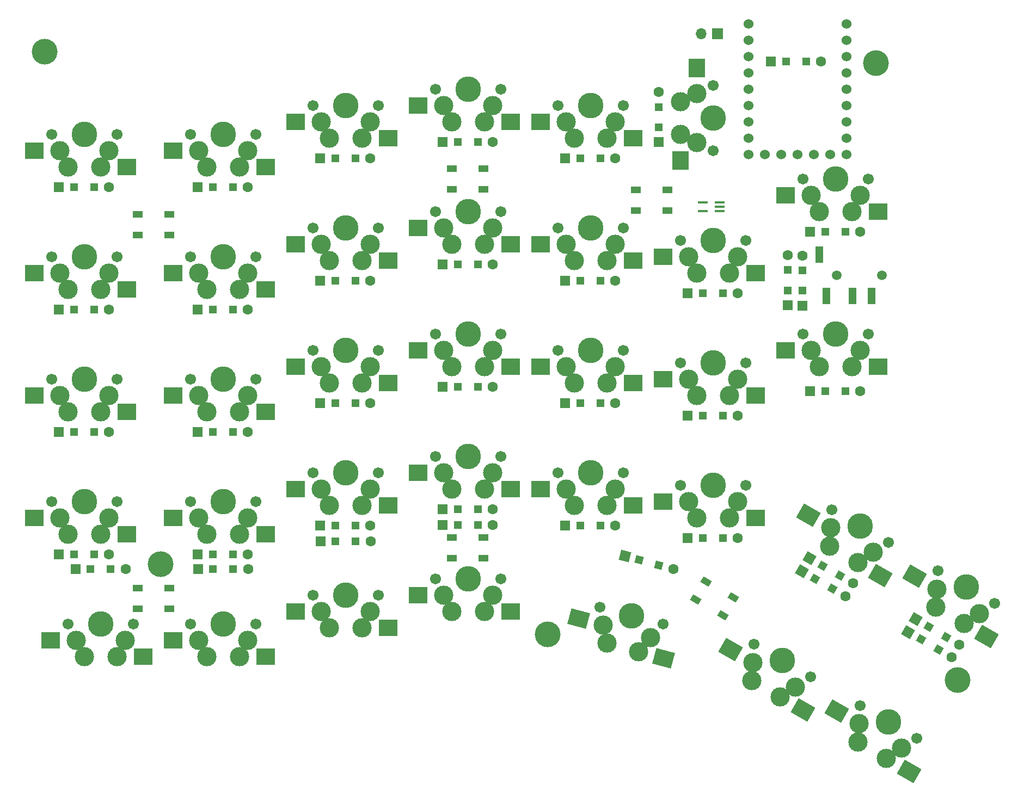
<source format=gts>
G04 #@! TF.GenerationSoftware,KiCad,Pcbnew,(6.0.5-0)*
G04 #@! TF.CreationDate,2022-05-24T21:59:09-05:00*
G04 #@! TF.ProjectId,redox_rev2_recovery,7265646f-785f-4726-9576-325f7265636f,1.0*
G04 #@! TF.SameCoordinates,Original*
G04 #@! TF.FileFunction,Soldermask,Top*
G04 #@! TF.FilePolarity,Negative*
%FSLAX46Y46*%
G04 Gerber Fmt 4.6, Leading zero omitted, Abs format (unit mm)*
G04 Created by KiCad (PCBNEW (6.0.5-0)) date 2022-05-24 21:59:09*
%MOMM*%
%LPD*%
G01*
G04 APERTURE LIST*
G04 Aperture macros list*
%AMRotRect*
0 Rectangle, with rotation*
0 The origin of the aperture is its center*
0 $1 length*
0 $2 width*
0 $3 Rotation angle, in degrees counterclockwise*
0 Add horizontal line*
21,1,$1,$2,0,0,$3*%
G04 Aperture macros list end*
%ADD10C,1.500000*%
%ADD11R,1.200000X2.500000*%
%ADD12C,3.000000*%
%ADD13C,1.701800*%
%ADD14C,3.987800*%
%ADD15R,3.000000X2.500000*%
%ADD16R,2.500000X3.000000*%
%ADD17RotRect,3.000000X2.500000X150.000000*%
%ADD18RotRect,3.000000X2.500000X165.000000*%
%ADD19RotRect,1.200000X1.200000X150.000000*%
%ADD20RotRect,1.600000X1.600000X150.000000*%
%ADD21C,1.600000*%
%ADD22RotRect,1.200000X1.200000X165.000000*%
%ADD23RotRect,1.600000X1.600000X165.000000*%
%ADD24R,1.600000X1.600000*%
%ADD25R,1.200000X1.200000*%
%ADD26C,4.000000*%
%ADD27R,1.500000X1.000000*%
%ADD28R,1.500000X0.400000*%
%ADD29R,1.700000X1.700000*%
%ADD30O,1.700000X1.700000*%
%ADD31RotRect,1.500000X1.000000X150.000000*%
%ADD32C,1.524000*%
G04 APERTURE END LIST*
D10*
X208535000Y-88646000D03*
X215535000Y-88646000D03*
X208535000Y-88646000D03*
X215535000Y-88646000D03*
D11*
X210935000Y-91896000D03*
X213935000Y-91896000D03*
X205835000Y-85396000D03*
X206935000Y-91896000D03*
D12*
X94002860Y-71785480D03*
X95272860Y-69245480D03*
D13*
X96542860Y-66705480D03*
D14*
X91462860Y-66705480D03*
D12*
X88922860Y-71785480D03*
X87652860Y-69245480D03*
D13*
X86382860Y-66705480D03*
D15*
X98062860Y-71785480D03*
X83662860Y-69245480D03*
D13*
X118132860Y-66705480D03*
X107972860Y-66705480D03*
D14*
X113052860Y-66705480D03*
D12*
X115592860Y-71785480D03*
X116862860Y-69245480D03*
X109242860Y-69245480D03*
X110512860Y-71785480D03*
D15*
X119652860Y-71785480D03*
X105252860Y-69245480D03*
D14*
X132102860Y-62260480D03*
D12*
X129562860Y-67340480D03*
X134642860Y-67340480D03*
X135912860Y-64800480D03*
X128292860Y-64800480D03*
D13*
X127022860Y-62260480D03*
X137182860Y-62260480D03*
D15*
X138702860Y-67340480D03*
X124302860Y-64800480D03*
D13*
X156232860Y-59720480D03*
D12*
X153692860Y-64800480D03*
X148612860Y-64800480D03*
X147342860Y-62260480D03*
D14*
X151152860Y-59720480D03*
D12*
X154962860Y-62260480D03*
D13*
X146072860Y-59720480D03*
D15*
X157752860Y-64800480D03*
X143352860Y-62260480D03*
D14*
X170202860Y-62260480D03*
D12*
X172742860Y-67340480D03*
D13*
X165122860Y-62260480D03*
D12*
X167662860Y-67340480D03*
X166392860Y-64800480D03*
D13*
X175282860Y-62260480D03*
D12*
X174012860Y-64800480D03*
D15*
X176802860Y-67340480D03*
X162402860Y-64800480D03*
D12*
X184172860Y-66705480D03*
X186712860Y-60355480D03*
D14*
X189252860Y-64165480D03*
D13*
X189252860Y-69245480D03*
D12*
X186712860Y-67975480D03*
D13*
X189252860Y-59085480D03*
D12*
X184172860Y-61625480D03*
D16*
X184172860Y-70765480D03*
X186712860Y-56365480D03*
D12*
X204492860Y-76230480D03*
D14*
X208302860Y-73690480D03*
D13*
X203222860Y-73690480D03*
D12*
X205762860Y-78770480D03*
D13*
X213382860Y-73690480D03*
D12*
X210842860Y-78770480D03*
X212112860Y-76230480D03*
D15*
X214902860Y-78770480D03*
X200502860Y-76230480D03*
D12*
X129562860Y-86390480D03*
D14*
X132102860Y-81310480D03*
D13*
X137182860Y-81310480D03*
D12*
X134642860Y-86390480D03*
X135912860Y-83850480D03*
D13*
X127022860Y-81310480D03*
D12*
X128292860Y-83850480D03*
D15*
X138702860Y-86390480D03*
X124302860Y-83850480D03*
D12*
X148612860Y-83850480D03*
X153692860Y-83850480D03*
D13*
X156232860Y-78770480D03*
D12*
X154962860Y-81310480D03*
D13*
X146072860Y-78770480D03*
D12*
X147342860Y-81310480D03*
D14*
X151152860Y-78770480D03*
D15*
X157752860Y-83850480D03*
X143352860Y-81310480D03*
D13*
X165122860Y-81310480D03*
D12*
X174012860Y-83850480D03*
X172742860Y-86390480D03*
X167662860Y-86390480D03*
X166392860Y-83850480D03*
D13*
X175282860Y-81310480D03*
D14*
X170202860Y-81310480D03*
D15*
X176802860Y-86390480D03*
X162402860Y-83850480D03*
D12*
X193062860Y-85755480D03*
D14*
X189252860Y-83215480D03*
D12*
X186712860Y-88295480D03*
X191792860Y-88295480D03*
D13*
X184172860Y-83215480D03*
X194332860Y-83215480D03*
D12*
X185442860Y-85755480D03*
D15*
X195852860Y-88295480D03*
X181452860Y-85755480D03*
D12*
X205762860Y-102900480D03*
D14*
X208302860Y-97820480D03*
D12*
X212112860Y-100360480D03*
X204492860Y-100360480D03*
D13*
X203222860Y-97820480D03*
D12*
X210842860Y-102900480D03*
D13*
X213382860Y-97820480D03*
D15*
X214902860Y-102900480D03*
X200502860Y-100360480D03*
D12*
X87652860Y-107345480D03*
X94002860Y-109885480D03*
X88922860Y-109885480D03*
D13*
X96542860Y-104805480D03*
X86382860Y-104805480D03*
D14*
X91462860Y-104805480D03*
D12*
X95272860Y-107345480D03*
D15*
X98062860Y-109885480D03*
X83662860Y-107345480D03*
D13*
X107972860Y-104805480D03*
D12*
X116862860Y-107345480D03*
X110512860Y-109885480D03*
X109242860Y-107345480D03*
D14*
X113052860Y-104805480D03*
D13*
X118132860Y-104805480D03*
D12*
X115592860Y-109885480D03*
D15*
X119652860Y-109885480D03*
X105252860Y-107345480D03*
D12*
X128292860Y-102900480D03*
X134642860Y-105440480D03*
X135912860Y-102900480D03*
X129562860Y-105440480D03*
D13*
X127022860Y-100360480D03*
X137182860Y-100360480D03*
D14*
X132102860Y-100360480D03*
D15*
X138702860Y-105440480D03*
X124302860Y-102900480D03*
D12*
X148612860Y-102900480D03*
D14*
X151152860Y-97820480D03*
D12*
X147342860Y-100360480D03*
X153692860Y-102900480D03*
D13*
X156232860Y-97820480D03*
D12*
X154962860Y-100360480D03*
D13*
X146072860Y-97820480D03*
D15*
X157752860Y-102900480D03*
X143352860Y-100360480D03*
D12*
X172742860Y-105440480D03*
D14*
X170202860Y-100360480D03*
D12*
X166392860Y-102900480D03*
D13*
X175282860Y-100360480D03*
D12*
X174012860Y-102900480D03*
X167662860Y-105440480D03*
D13*
X165122860Y-100360480D03*
D15*
X176802860Y-105440480D03*
X162402860Y-102900480D03*
D13*
X184172860Y-102265480D03*
X194332860Y-102265480D03*
D12*
X185442860Y-104805480D03*
X191792860Y-107345480D03*
D14*
X189252860Y-102265480D03*
D12*
X193062860Y-104805480D03*
X186712860Y-107345480D03*
D15*
X195852860Y-107345480D03*
X181452860Y-104805480D03*
D12*
X207373155Y-130794889D03*
D13*
X207713451Y-125125480D03*
D12*
X214142417Y-131770185D03*
D13*
X216512269Y-130205480D03*
D12*
X211772565Y-133334889D03*
D14*
X212112860Y-127665480D03*
D12*
X207543303Y-127960185D03*
D17*
X215288628Y-135364889D03*
X204087862Y-125965185D03*
D12*
X88922860Y-128935480D03*
D13*
X86382860Y-123855480D03*
D12*
X95272860Y-126395480D03*
D13*
X96542860Y-123855480D03*
D12*
X94002860Y-128935480D03*
D14*
X91462860Y-123855480D03*
D12*
X87652860Y-126395480D03*
D15*
X98062860Y-128935480D03*
X83662860Y-126395480D03*
D14*
X113052860Y-123855480D03*
D12*
X115592860Y-128935480D03*
X110512860Y-128935480D03*
D13*
X107972860Y-123855480D03*
D12*
X109242860Y-126395480D03*
D13*
X118132860Y-123855480D03*
D12*
X116862860Y-126395480D03*
D15*
X119652860Y-128935480D03*
X105252860Y-126395480D03*
D12*
X134642860Y-124490480D03*
X135912860Y-121950480D03*
X129562860Y-124490480D03*
D13*
X137182860Y-119410480D03*
X127022860Y-119410480D03*
D14*
X132102860Y-119410480D03*
D12*
X128292860Y-121950480D03*
D15*
X138702860Y-124490480D03*
X124302860Y-121950480D03*
D14*
X151152860Y-116870480D03*
D12*
X153692860Y-121950480D03*
X154962860Y-119410480D03*
X147342860Y-119410480D03*
D13*
X156232860Y-116870480D03*
D12*
X148612860Y-121950480D03*
D13*
X146072860Y-116870480D03*
D15*
X157752860Y-121950480D03*
X143352860Y-119410480D03*
D12*
X166392860Y-121950480D03*
X167662860Y-124490480D03*
D14*
X170202860Y-119410480D03*
D12*
X172742860Y-124490480D03*
D13*
X165122860Y-119410480D03*
D12*
X174012860Y-121950480D03*
D13*
X175282860Y-119410480D03*
D15*
X176802860Y-124490480D03*
X162402860Y-121950480D03*
D12*
X191792860Y-126395480D03*
D13*
X194332860Y-121315480D03*
D14*
X189252860Y-121315480D03*
D12*
X193062860Y-123855480D03*
D13*
X184172860Y-121315480D03*
D12*
X186712860Y-126395480D03*
X185442860Y-123855480D03*
D15*
X195852860Y-126395480D03*
X181452860Y-123855480D03*
D13*
X233022269Y-139730480D03*
D14*
X228622860Y-137190480D03*
D12*
X230652417Y-141295185D03*
X223883155Y-140319889D03*
X228282565Y-142859889D03*
X224053303Y-137485185D03*
D13*
X224223451Y-134650480D03*
D17*
X231798628Y-144889889D03*
X220597862Y-135490185D03*
D13*
X88922860Y-142905480D03*
D12*
X97812860Y-145445480D03*
X91462860Y-147985480D03*
D14*
X94002860Y-142905480D03*
D12*
X90192860Y-145445480D03*
D13*
X99082860Y-142905480D03*
D12*
X96542860Y-147985480D03*
D15*
X100602860Y-147985480D03*
X86202860Y-145445480D03*
D12*
X116862860Y-145445480D03*
X115592860Y-147985480D03*
X109242860Y-145445480D03*
D13*
X118132860Y-142905480D03*
D12*
X110512860Y-147985480D03*
D14*
X113052860Y-142905480D03*
D13*
X107972860Y-142905480D03*
D15*
X119652860Y-147985480D03*
X105252860Y-145445480D03*
D14*
X132102860Y-138460480D03*
D13*
X137182860Y-138460480D03*
X127022860Y-138460480D03*
D12*
X135912860Y-141000480D03*
X134642860Y-143540480D03*
X128292860Y-141000480D03*
X129562860Y-143540480D03*
D15*
X138702860Y-143540480D03*
X124302860Y-141000480D03*
D13*
X156232860Y-135920480D03*
D14*
X151152860Y-135920480D03*
D12*
X153692860Y-141000480D03*
X148612860Y-141000480D03*
X147342860Y-138460480D03*
D13*
X146072860Y-135920480D03*
D12*
X154962860Y-138460480D03*
D15*
X157752860Y-141000480D03*
X143352860Y-138460480D03*
D13*
X171645957Y-140320679D03*
X181459763Y-142950281D03*
D12*
X172784608Y-145884983D03*
D14*
X176552860Y-141635480D03*
D12*
X172215282Y-143102831D03*
X177691511Y-147199784D03*
X179575637Y-145075032D03*
D18*
X181613170Y-148250589D03*
X168361238Y-142070143D03*
D13*
X204447269Y-151160480D03*
D12*
X202077417Y-152725185D03*
D14*
X200047860Y-148620480D03*
D12*
X195308155Y-151749889D03*
X195478303Y-148915185D03*
X199707565Y-154289889D03*
D13*
X195648451Y-146080480D03*
D17*
X203223628Y-156319889D03*
X192022862Y-146920185D03*
D12*
X218587417Y-162250185D03*
X211818155Y-161274889D03*
D14*
X216557860Y-158145480D03*
D13*
X220957269Y-160685480D03*
D12*
X211988303Y-158440185D03*
D13*
X212158451Y-155605480D03*
D12*
X216217565Y-163814889D03*
D17*
X219733628Y-165844889D03*
X208532862Y-156445185D03*
D12*
X95272860Y-88295480D03*
D13*
X96542860Y-85755480D03*
D12*
X87652860Y-88295480D03*
D13*
X86382860Y-85755480D03*
D12*
X94002860Y-90835480D03*
X88922860Y-90835480D03*
D14*
X91462860Y-85755480D03*
D15*
X98062860Y-90835480D03*
X83662860Y-88295480D03*
D13*
X118132860Y-85755480D03*
D12*
X110512860Y-90835480D03*
D13*
X107972860Y-85755480D03*
D14*
X113052860Y-85755480D03*
D12*
X115592860Y-90835480D03*
X116862860Y-88295480D03*
X109242860Y-88295480D03*
D15*
X119652860Y-90835480D03*
X105252860Y-88295480D03*
D19*
X205136010Y-135862500D03*
D20*
X203122501Y-134700000D03*
D19*
X207863990Y-137437500D03*
D21*
X209877499Y-138600000D03*
D22*
X177807334Y-132934720D03*
D23*
X175561556Y-132332966D03*
D21*
X183095778Y-134351754D03*
D22*
X180850000Y-133750000D03*
D24*
X147225000Y-127500000D03*
D25*
X149550000Y-127500000D03*
X152700000Y-127500000D03*
D21*
X155025000Y-127500000D03*
D25*
X130525000Y-130050000D03*
D24*
X128200000Y-130050000D03*
D21*
X136000000Y-130050000D03*
D25*
X133675000Y-130050000D03*
D24*
X109150000Y-134400000D03*
D25*
X111475000Y-134400000D03*
X114625000Y-134400000D03*
D21*
X116950000Y-134400000D03*
D24*
X166280000Y-108585000D03*
D25*
X168605000Y-108585000D03*
X171755000Y-108585000D03*
D21*
X174080000Y-108585000D03*
D25*
X89865000Y-74930000D03*
D24*
X87540000Y-74930000D03*
D21*
X95340000Y-74930000D03*
D25*
X93015000Y-74930000D03*
D24*
X166280000Y-70485000D03*
D25*
X168605000Y-70485000D03*
X171755000Y-70485000D03*
D21*
X174080000Y-70485000D03*
D25*
X111455000Y-93980000D03*
D24*
X109130000Y-93980000D03*
D25*
X114605000Y-93980000D03*
D21*
X116930000Y-93980000D03*
D24*
X128180000Y-70485000D03*
D25*
X130505000Y-70485000D03*
X133655000Y-70485000D03*
D21*
X135980000Y-70485000D03*
D24*
X204380000Y-106680000D03*
D25*
X206705000Y-106680000D03*
D21*
X212180000Y-106680000D03*
D25*
X209855000Y-106680000D03*
X168605000Y-89535000D03*
D24*
X166280000Y-89535000D03*
D25*
X171755000Y-89535000D03*
D21*
X174080000Y-89535000D03*
D25*
X89865000Y-113030000D03*
D24*
X87540000Y-113030000D03*
D25*
X93015000Y-113030000D03*
D21*
X95340000Y-113030000D03*
D25*
X111455000Y-74930000D03*
D24*
X109130000Y-74930000D03*
D25*
X114605000Y-74930000D03*
D21*
X116930000Y-74930000D03*
D24*
X147230000Y-86995000D03*
D25*
X149555000Y-86995000D03*
D21*
X155030000Y-86995000D03*
D25*
X152705000Y-86995000D03*
X180850000Y-65600000D03*
D24*
X180850000Y-67925000D03*
D25*
X180850000Y-62450000D03*
D21*
X180850000Y-60125000D03*
D25*
X149555000Y-106045000D03*
D24*
X147230000Y-106045000D03*
D25*
X152705000Y-106045000D03*
D21*
X155030000Y-106045000D03*
D24*
X147230000Y-125095000D03*
D25*
X149555000Y-125095000D03*
D21*
X155030000Y-125095000D03*
D25*
X152705000Y-125095000D03*
X187655000Y-110490000D03*
D24*
X185330000Y-110490000D03*
D21*
X193130000Y-110490000D03*
D25*
X190805000Y-110490000D03*
D24*
X87540000Y-132080000D03*
D25*
X89865000Y-132080000D03*
X93015000Y-132080000D03*
D21*
X95340000Y-132080000D03*
D25*
X149555000Y-67945000D03*
D24*
X147230000Y-67945000D03*
D25*
X152705000Y-67945000D03*
D21*
X155030000Y-67945000D03*
D20*
X204267501Y-132670000D03*
D19*
X206281010Y-133832500D03*
X209008990Y-135407500D03*
D21*
X211022499Y-136570000D03*
D25*
X130505000Y-89535000D03*
D24*
X128180000Y-89535000D03*
D25*
X133655000Y-89535000D03*
D21*
X135980000Y-89535000D03*
D25*
X168605000Y-127635000D03*
D24*
X166280000Y-127635000D03*
D21*
X174080000Y-127635000D03*
D25*
X171755000Y-127635000D03*
X89865000Y-93980000D03*
D24*
X87540000Y-93980000D03*
D25*
X93015000Y-93980000D03*
D21*
X95340000Y-93980000D03*
D26*
X85344000Y-53848000D03*
D24*
X204380000Y-81915000D03*
D25*
X206705000Y-81915000D03*
X209855000Y-81915000D03*
D21*
X212180000Y-81915000D03*
D24*
X185330000Y-91440000D03*
D25*
X187655000Y-91440000D03*
X190805000Y-91440000D03*
D21*
X193130000Y-91440000D03*
D24*
X109130000Y-113030000D03*
D25*
X111455000Y-113030000D03*
X114605000Y-113030000D03*
D21*
X116930000Y-113030000D03*
D25*
X111455000Y-132080000D03*
D24*
X109130000Y-132080000D03*
D25*
X114605000Y-132080000D03*
D21*
X116930000Y-132080000D03*
D24*
X128180000Y-108585000D03*
D25*
X130505000Y-108585000D03*
X133655000Y-108585000D03*
D21*
X135980000Y-108585000D03*
D26*
X103375000Y-133625000D03*
D20*
X219622501Y-144150000D03*
D19*
X221636010Y-145312500D03*
X224363990Y-146887500D03*
D21*
X226377499Y-148050000D03*
D24*
X128180000Y-127635000D03*
D25*
X130505000Y-127635000D03*
D21*
X135980000Y-127635000D03*
D25*
X133655000Y-127635000D03*
D19*
X222791010Y-143357500D03*
D20*
X220777501Y-142195000D03*
D19*
X225518990Y-144932500D03*
D21*
X227532499Y-146095000D03*
D25*
X187655000Y-129540000D03*
D24*
X185330000Y-129540000D03*
D25*
X190805000Y-129540000D03*
D21*
X193130000Y-129540000D03*
D25*
X92425000Y-134366000D03*
D24*
X90100000Y-134366000D03*
D21*
X97900000Y-134366000D03*
D25*
X95575000Y-134366000D03*
D26*
X163576000Y-144526000D03*
X227330000Y-151638000D03*
D27*
X153580000Y-132664000D03*
X153580000Y-129464000D03*
X148680000Y-129464000D03*
X148680000Y-132664000D03*
D28*
X190306000Y-78628000D03*
X190306000Y-77978000D03*
X190306000Y-77328000D03*
X187646000Y-77328000D03*
X187646000Y-78628000D03*
D26*
X214630000Y-55626000D03*
D21*
X203200000Y-85559000D03*
D25*
X203200000Y-87884000D03*
X203200000Y-91034000D03*
D24*
X203200000Y-93359000D03*
D27*
X104707860Y-140538000D03*
X104707860Y-137338000D03*
X99807860Y-137338000D03*
X99807860Y-140538000D03*
D29*
X189992000Y-51054000D03*
D30*
X187452000Y-51054000D03*
D24*
X198284000Y-55372000D03*
D25*
X200609000Y-55372000D03*
X203759000Y-55372000D03*
D21*
X206084000Y-55372000D03*
D27*
X148680000Y-72060000D03*
X148680000Y-75260000D03*
X153580000Y-75260000D03*
X153580000Y-72060000D03*
D25*
X200914000Y-87833000D03*
D21*
X200914000Y-85508000D03*
D24*
X200914000Y-93308000D03*
D25*
X200914000Y-90983000D03*
D27*
X177277860Y-75362000D03*
X177277860Y-78562000D03*
X182177860Y-78562000D03*
X182177860Y-75362000D03*
X99807860Y-79156000D03*
X99807860Y-82356000D03*
X104707860Y-82356000D03*
X104707860Y-79156000D03*
D31*
X190805762Y-141548641D03*
X192405762Y-138777359D03*
X188162238Y-136327359D03*
X186562238Y-139098641D03*
D32*
X210058000Y-54610000D03*
X210058000Y-49530000D03*
X210058000Y-52070000D03*
X194818000Y-49530000D03*
X194818000Y-52070000D03*
X194818000Y-54610000D03*
X194818000Y-57150000D03*
X194818000Y-59690000D03*
X194818000Y-62230000D03*
X194818000Y-64770000D03*
X194818000Y-67310000D03*
X194818000Y-69850000D03*
X197358000Y-69850000D03*
X199898000Y-69850000D03*
X202438000Y-69850000D03*
X204978000Y-69850000D03*
X207518000Y-69850000D03*
X210058000Y-69850000D03*
X210058000Y-67310000D03*
X210058000Y-64770000D03*
X210058000Y-62230000D03*
X210058000Y-59690000D03*
X210058000Y-57150000D03*
M02*

</source>
